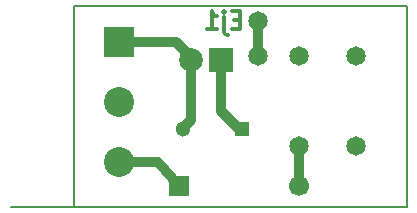
<source format=gbr>
G04 #@! TF.FileFunction,Copper,L2,Bot,Signal*
%FSLAX46Y46*%
G04 Gerber Fmt 4.6, Leading zero omitted, Abs format (unit mm)*
G04 Created by KiCad (PCBNEW 0.201511300701+6336~38~ubuntu14.04.1-stable) date mar 01 dic 2015 12:15:58 ART*
%MOMM*%
G01*
G04 APERTURE LIST*
%ADD10C,0.100000*%
%ADD11C,0.150000*%
%ADD12C,0.300000*%
%ADD13R,2.540000X2.540000*%
%ADD14C,2.540000*%
%ADD15R,1.300000X1.300000*%
%ADD16C,1.300000*%
%ADD17R,2.000000X2.000000*%
%ADD18C,2.000000*%
%ADD19C,1.699260*%
%ADD20R,1.699260X1.699260*%
%ADD21C,1.651000*%
%ADD22C,0.812800*%
G04 APERTURE END LIST*
D10*
D11*
X197358000Y-106426000D02*
X163830000Y-106426000D01*
X169164000Y-89408000D02*
X169164000Y-106426000D01*
X197358000Y-89408000D02*
X197358000Y-106426000D01*
X197358000Y-89408000D02*
X169164000Y-89408000D01*
D12*
X183256857Y-90570857D02*
X182756857Y-90570857D01*
X182542571Y-91356571D02*
X183256857Y-91356571D01*
X183256857Y-89856571D01*
X182542571Y-89856571D01*
X181899714Y-90356571D02*
X181899714Y-91642286D01*
X181971143Y-91785143D01*
X182114000Y-91856571D01*
X182185428Y-91856571D01*
X181899714Y-89856571D02*
X181971143Y-89928000D01*
X181899714Y-89999429D01*
X181828286Y-89928000D01*
X181899714Y-89856571D01*
X181899714Y-89999429D01*
X180399714Y-91356571D02*
X181256857Y-91356571D01*
X180828285Y-91356571D02*
X180828285Y-89856571D01*
X180971142Y-90070857D01*
X181114000Y-90213714D01*
X181256857Y-90285143D01*
D13*
X172974000Y-92456000D03*
D14*
X172974000Y-97536000D03*
X172974000Y-102616000D03*
D15*
X183388000Y-99822000D03*
D16*
X178388000Y-99822000D03*
D17*
X181610000Y-93980000D03*
D18*
X179070000Y-93980000D03*
D19*
X188214520Y-104645460D03*
D20*
X178054520Y-104645460D03*
D21*
X188214000Y-93599000D03*
X188214000Y-101219000D03*
X193040000Y-93599000D03*
X193040000Y-101219000D03*
X184785000Y-90678000D03*
X184785000Y-93599000D03*
D22*
X184785000Y-93599000D02*
X184785000Y-90678000D01*
X183388000Y-99822000D02*
X183134000Y-99822000D01*
X183134000Y-99822000D02*
X181610000Y-98298000D01*
X181610000Y-98298000D02*
X181610000Y-93980000D01*
X172974000Y-92456000D02*
X177038000Y-92456000D01*
X177800000Y-92456000D02*
X179070000Y-93726000D01*
X177038000Y-92456000D02*
X177800000Y-92456000D01*
X179070000Y-93726000D02*
X179070000Y-93980000D01*
X173249001Y-92180999D02*
X172974000Y-92456000D01*
X178388000Y-99822000D02*
X178388000Y-99742000D01*
X178388000Y-99742000D02*
X179070000Y-99060000D01*
X179070000Y-99060000D02*
X179070000Y-93980000D01*
X188214520Y-104645460D02*
X188214520Y-101219520D01*
X188214520Y-101219520D02*
X188214000Y-101219000D01*
X172974000Y-102616000D02*
X176279060Y-102616000D01*
X176279060Y-102616000D02*
X178054520Y-104645460D01*
X178030979Y-104669001D02*
X178054520Y-104645460D01*
M02*

</source>
